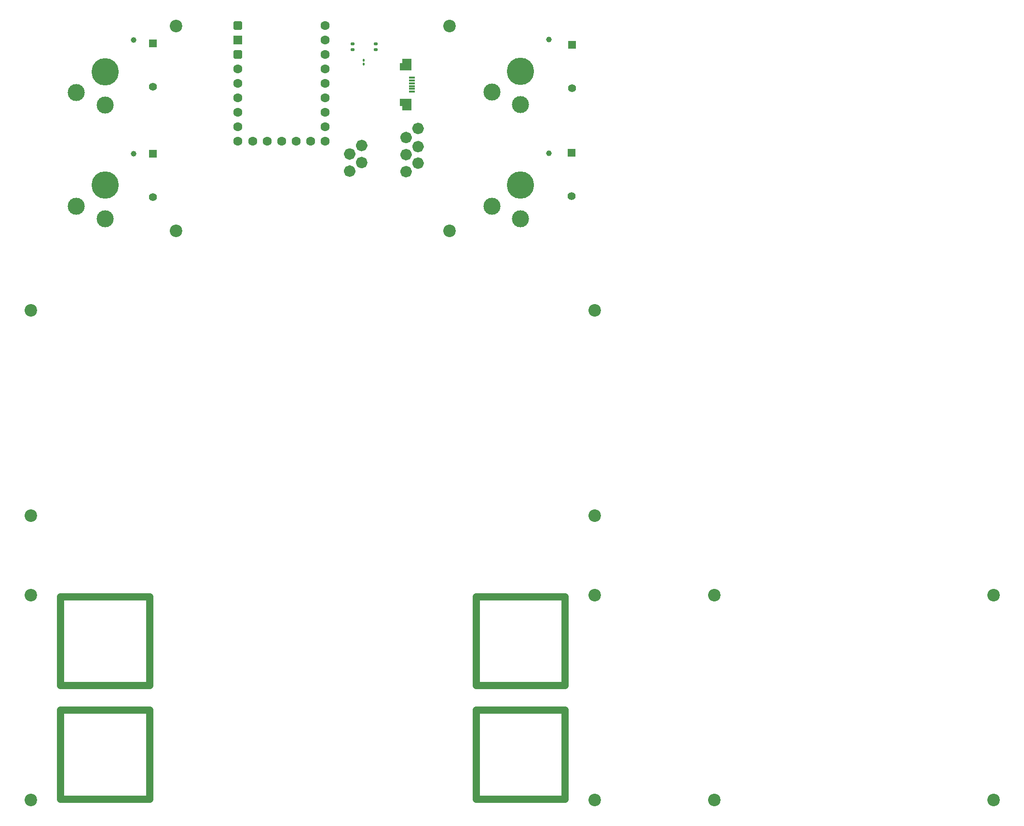
<source format=gbr>
G04 #@! TF.GenerationSoftware,KiCad,Pcbnew,9.0.6*
G04 #@! TF.CreationDate,2025-12-03T23:40:23+09:00*
G04 #@! TF.ProjectId,tps43-ek_Assemble,74707334-332d-4656-9b5f-417373656d62,rev?*
G04 #@! TF.SameCoordinates,Original*
G04 #@! TF.FileFunction,Soldermask,Top*
G04 #@! TF.FilePolarity,Negative*
%FSLAX46Y46*%
G04 Gerber Fmt 4.6, Leading zero omitted, Abs format (unit mm)*
G04 Created by KiCad (PCBNEW 9.0.6) date 2025-12-03 23:40:23*
%MOMM*%
%LPD*%
G01*
G04 APERTURE LIST*
G04 Aperture macros list*
%AMRoundRect*
0 Rectangle with rounded corners*
0 $1 Rounding radius*
0 $2 $3 $4 $5 $6 $7 $8 $9 X,Y pos of 4 corners*
0 Add a 4 corners polygon primitive as box body*
4,1,4,$2,$3,$4,$5,$6,$7,$8,$9,$2,$3,0*
0 Add four circle primitives for the rounded corners*
1,1,$1+$1,$2,$3*
1,1,$1+$1,$4,$5*
1,1,$1+$1,$6,$7*
1,1,$1+$1,$8,$9*
0 Add four rect primitives between the rounded corners*
20,1,$1+$1,$2,$3,$4,$5,0*
20,1,$1+$1,$4,$5,$6,$7,0*
20,1,$1+$1,$6,$7,$8,$9,0*
20,1,$1+$1,$8,$9,$2,$3,0*%
%AMOutline5P*
0 Free polygon, 5 corners , with rotation*
0 The origin of the aperture is its center*
0 number of corners: always 5*
0 $1 to $10 corner X, Y*
0 $11 Rotation angle, in degrees counterclockwise*
0 create outline with 5 corners*
4,1,5,$1,$2,$3,$4,$5,$6,$7,$8,$9,$10,$1,$2,$11*%
%AMOutline6P*
0 Free polygon, 6 corners , with rotation*
0 The origin of the aperture is its center*
0 number of corners: always 6*
0 $1 to $12 corner X, Y*
0 $13 Rotation angle, in degrees counterclockwise*
0 create outline with 6 corners*
4,1,6,$1,$2,$3,$4,$5,$6,$7,$8,$9,$10,$11,$12,$1,$2,$13*%
%AMOutline7P*
0 Free polygon, 7 corners , with rotation*
0 The origin of the aperture is its center*
0 number of corners: always 7*
0 $1 to $14 corner X, Y*
0 $15 Rotation angle, in degrees counterclockwise*
0 create outline with 7 corners*
4,1,7,$1,$2,$3,$4,$5,$6,$7,$8,$9,$10,$11,$12,$13,$14,$1,$2,$15*%
%AMOutline8P*
0 Free polygon, 8 corners , with rotation*
0 The origin of the aperture is its center*
0 number of corners: always 8*
0 $1 to $16 corner X, Y*
0 $17 Rotation angle, in degrees counterclockwise*
0 create outline with 8 corners*
4,1,8,$1,$2,$3,$4,$5,$6,$7,$8,$9,$10,$11,$12,$13,$14,$15,$16,$1,$2,$17*%
%AMFreePoly0*
4,1,7,1.050000,-0.975000,-0.250000,-0.975000,-0.250000,-0.625000,-1.050000,-0.625000,-1.050000,0.975000,1.050000,0.975000,1.050000,-0.975000,1.050000,-0.975000,$1*%
%AMFreePoly1*
4,1,7,1.050000,-0.625000,0.250000,-0.625000,0.250000,-0.975000,-1.050000,-0.975000,-1.050000,0.975000,1.050000,0.975000,1.050000,-0.625000,1.050000,-0.625000,$1*%
G04 Aperture macros list end*
%ADD10C,1.050000*%
%ADD11C,1.300000*%
%ADD12R,1.397000X1.397000*%
%ADD13C,1.397000*%
%ADD14C,2.200000*%
%ADD15C,3.000000*%
%ADD16C,4.800000*%
%ADD17C,1.000000*%
%ADD18C,1.600000*%
%ADD19Outline8P,-0.800000X0.480000X-0.480000X0.800000X0.480000X0.800000X0.800000X0.480000X0.800000X-0.480000X0.480000X-0.800000X-0.480000X-0.800000X-0.800000X-0.480000X0.000000*%
%ADD20R,1.600000X1.600000*%
%ADD21RoundRect,0.100000X-0.100000X0.130000X-0.100000X-0.130000X0.100000X-0.130000X0.100000X0.130000X0*%
%ADD22RoundRect,0.135000X0.185000X-0.135000X0.185000X0.135000X-0.185000X0.135000X-0.185000X-0.135000X0*%
%ADD23RoundRect,0.075000X-0.475000X0.075000X-0.475000X-0.075000X0.475000X-0.075000X0.475000X0.075000X0*%
%ADD24FreePoly0,270.000000*%
%ADD25FreePoly1,270.000000*%
%ADD26RoundRect,0.135000X-0.185000X0.135000X-0.185000X-0.135000X0.185000X-0.135000X0.185000X0.135000X0*%
G04 APERTURE END LIST*
D10*
X80625000Y-43000000D02*
G75*
G02*
X79575000Y-43000000I-525000J0D01*
G01*
X79575000Y-43000000D02*
G75*
G02*
X80625000Y-43000000I525000J0D01*
G01*
X78525000Y-44500000D02*
G75*
G02*
X77475000Y-44500000I-525000J0D01*
G01*
X77475000Y-44500000D02*
G75*
G02*
X78525000Y-44500000I525000J0D01*
G01*
X80625000Y-46000000D02*
G75*
G02*
X79575000Y-46000000I-525000J0D01*
G01*
X79575000Y-46000000D02*
G75*
G02*
X80625000Y-46000000I525000J0D01*
G01*
X78525000Y-47500000D02*
G75*
G02*
X77475000Y-47500000I-525000J0D01*
G01*
X77475000Y-47500000D02*
G75*
G02*
X78525000Y-47500000I525000J0D01*
G01*
X90525000Y-40000000D02*
G75*
G02*
X89475000Y-40000000I-525000J0D01*
G01*
X89475000Y-40000000D02*
G75*
G02*
X90525000Y-40000000I525000J0D01*
G01*
X88425000Y-41600000D02*
G75*
G02*
X87375000Y-41600000I-525000J0D01*
G01*
X87375000Y-41600000D02*
G75*
G02*
X88425000Y-41600000I525000J0D01*
G01*
X90525000Y-43200000D02*
G75*
G02*
X89475000Y-43200000I-525000J0D01*
G01*
X89475000Y-43200000D02*
G75*
G02*
X90525000Y-43200000I525000J0D01*
G01*
X88425000Y-44600000D02*
G75*
G02*
X87375000Y-44600000I-525000J0D01*
G01*
X87375000Y-44600000D02*
G75*
G02*
X88425000Y-44600000I525000J0D01*
G01*
X90525000Y-46100000D02*
G75*
G02*
X89475000Y-46100000I-525000J0D01*
G01*
X89475000Y-46100000D02*
G75*
G02*
X90525000Y-46100000I525000J0D01*
G01*
X88425000Y-47600000D02*
G75*
G02*
X87375000Y-47600000I-525000J0D01*
G01*
X87375000Y-47600000D02*
G75*
G02*
X88425000Y-47600000I525000J0D01*
G01*
D11*
X100175000Y-122225000D02*
X100175000Y-137825000D01*
X100175000Y-122225000D02*
X115775000Y-122225000D01*
X100175000Y-137825000D02*
X115775000Y-137825000D01*
X115775000Y-122225000D02*
X115775000Y-137825000D01*
X27225000Y-142175000D02*
X27225000Y-157775000D01*
X27225000Y-142175000D02*
X42825000Y-142175000D01*
X27225000Y-157775000D02*
X42825000Y-157775000D01*
X42825000Y-142175000D02*
X42825000Y-157775000D01*
X100175000Y-142175000D02*
X100175000Y-157775000D01*
X100175000Y-142175000D02*
X115775000Y-142175000D01*
X100175000Y-157775000D02*
X115775000Y-157775000D01*
X115775000Y-142175000D02*
X115775000Y-157775000D01*
X27225000Y-122225000D02*
X27225000Y-137825000D01*
X27225000Y-122225000D02*
X42825000Y-122225000D01*
X27225000Y-137825000D02*
X42825000Y-137825000D01*
X42825000Y-122225000D02*
X42825000Y-137825000D01*
D12*
X43500000Y-44415000D03*
D13*
X43500000Y-52035000D03*
D14*
X191000000Y-158000000D03*
D12*
X43450000Y-25065000D03*
D13*
X43450000Y-32685000D03*
D14*
X22000000Y-108000000D03*
X47500000Y-58000000D03*
D15*
X102950000Y-53650000D03*
D16*
X107950000Y-49950000D03*
D15*
X107950000Y-55850000D03*
D17*
X112950000Y-44400000D03*
D12*
X116962500Y-44315000D03*
D13*
X116962500Y-51935000D03*
D14*
X121000000Y-122000000D03*
X95500000Y-58000000D03*
X121000000Y-72000000D03*
X22000000Y-72000000D03*
D15*
X102950000Y-33650000D03*
D16*
X107950000Y-29950000D03*
D15*
X107950000Y-35850000D03*
D17*
X112950000Y-24400000D03*
D18*
X73700000Y-21900000D03*
X73700000Y-24440000D03*
X73700000Y-26980000D03*
X73700000Y-29520000D03*
X73700000Y-32060000D03*
X73700000Y-34600000D03*
X73700000Y-37140000D03*
X73700000Y-39680000D03*
X73700000Y-42220000D03*
X71110000Y-42270000D03*
X68570000Y-42270000D03*
X66030000Y-42270000D03*
X63490000Y-42270000D03*
X60950000Y-42270000D03*
X58360000Y-42220000D03*
X58360000Y-39680000D03*
X58360000Y-37140000D03*
X58360000Y-34600000D03*
X58360000Y-32060000D03*
X58360000Y-29520000D03*
D19*
X58360000Y-26980000D03*
D20*
X58360000Y-24440000D03*
D19*
X58360000Y-21900000D03*
D14*
X47500000Y-22000000D03*
D15*
X30037500Y-53675000D03*
D16*
X35037500Y-49975000D03*
D15*
X35037500Y-55875000D03*
D17*
X40037500Y-44425000D03*
D14*
X142000000Y-122000000D03*
X22000000Y-158000000D03*
X22000000Y-122000000D03*
D12*
X117050000Y-25315000D03*
D13*
X117050000Y-32935000D03*
D14*
X121000000Y-158000000D03*
X95500000Y-22000000D03*
X121000000Y-108000000D03*
D21*
X80500000Y-28025000D03*
X80500000Y-28665000D03*
D14*
X142000000Y-158000000D03*
X191000000Y-122000000D03*
D22*
X82600000Y-26120000D03*
X82600000Y-25100000D03*
D23*
X88925000Y-33550000D03*
X88925000Y-33050000D03*
X88925000Y-32550000D03*
X88925000Y-32050000D03*
X88925000Y-31550000D03*
X88925000Y-31050000D03*
D24*
X87800000Y-28800000D03*
D25*
X87800000Y-35800000D03*
D26*
X78500000Y-25100000D03*
X78500000Y-26120000D03*
D15*
X30037500Y-33725000D03*
D16*
X35037500Y-30025000D03*
D15*
X35037500Y-35925000D03*
D17*
X40037500Y-24475000D03*
M02*

</source>
